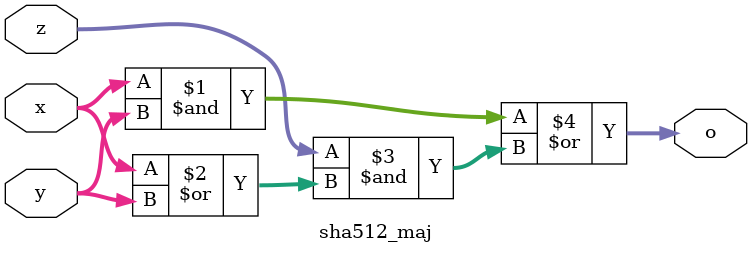
<source format=v>
module sha512 (
	input clk,
	input [1023:0] data,
	input [511:0] state,
	output reg [511:0] hash
);

	wire [1023:0] w0, w1, w2, w3, w4, w5, w6, w7;
	wire [1023:0] w8, w9, w10,w11,w12,w13,w14,w15;
	wire [1023:0] w16,w17,w18,w19,w20,w21,w22,w23;
	wire [1023:0] w24,w25,w26,w27,w28,w29,w30,w31;
	wire [1023:0] w32,w33,w34,w35,w36,w37,w38,w39;
	wire [1023:0] w40,w41,w42,w43,w44,w45,w46,w47;
	wire [1023:0] w48,w49,w50,w51,w52,w53,w54,w55;
	wire [1023:0] w56,w57,w58,w59,w60,w61,w62,w63;
	wire [1023:0] w64,w65,w66,w67,w68,w69,w70,w71;
	wire [1023:0] w72,w73,w74,w75,w76,w77,w78,w79,w80;
	
	wire [511:0] h0, h1, h2, h3, h4, h5, h6, h7;
	wire [511:0] h8, h9, h10,h11,h12,h13,h14,h15;
	wire [511:0] h16,h17,h18,h19,h20,h21,h22,h23;
	wire [511:0] h24,h25,h26,h27,h28,h29,h30,h31;
	wire [511:0] h32,h33,h34,h35,h36,h37,h38,h39;
	wire [511:0] h40,h41,h42,h43,h44,h45,h46,h47;
	wire [511:0] h48,h49,h50,h51,h52,h53,h54,h55;
	wire [511:0] h56,h57,h58,h59,h60,h61,h62,h63;
	wire [511:0] h64,h65,h66,h67,h68,h69,h70,h71;
	wire [511:0] h72,h73,h74,h75,h76,h77,h78,h79,h80;
	
	sha512_digest digest0  ( clk, data, state,  64'h428a2f98d728ae22, w1, h1 );
	sha512_digest digest1  ( clk, w1,  h1,  64'h7137449123ef65cd, w2, h2 );
	sha512_digest digest2  ( clk, w2,  h2,  64'hb5c0fbcfec4d3b2f, w3, h3 );
	sha512_digest digest3  ( clk, w3,  h3,  64'he9b5dba58189dbbc, w4, h4 );
	sha512_digest digest4  ( clk, w4,  h4,  64'h3956c25bf348b538, w5, h5 );
	sha512_digest digest5  ( clk, w5,  h5,  64'h59f111f1b605d019, w6, h6 );
	sha512_digest digest6  ( clk, w6,  h6,  64'h923f82a4af194f9b, w7, h7 );
	sha512_digest digest7  ( clk, w7,  h7,  64'hab1c5ed5da6d8118, w8, h8 );
	sha512_digest digest8  ( clk, w8,  h8,  64'hd807aa98a3030242, w9, h9 );
	sha512_digest digest9  ( clk, w9,  h9,  64'h12835b0145706fbe, w10, h10 );
	sha512_digest digest10 ( clk, w10, h10, 64'h243185be4ee4b28c, w11, h11 );
	sha512_digest digest11 ( clk, w11, h11, 64'h550c7dc3d5ffb4e2, w12, h12 );
	sha512_digest digest12 ( clk, w12, h12, 64'h72be5d74f27b896f, w13, h13 );
	sha512_digest digest13 ( clk, w13, h13, 64'h80deb1fe3b1696b1, w14, h14 );
	sha512_digest digest14 ( clk, w14, h14, 64'h9bdc06a725c71235, w15, h15 );
	sha512_digest digest15 ( clk, w15, h15, 64'hc19bf174cf692694, w16, h16 );
	sha512_digest digest16 ( clk, w16, h16, 64'he49b69c19ef14ad2, w17, h17 );
	sha512_digest digest17 ( clk, w17, h17, 64'hefbe4786384f25e3, w18, h18 );
	sha512_digest digest18 ( clk, w18, h18, 64'h0fc19dc68b8cd5b5, w19, h19 );
	sha512_digest digest19 ( clk, w19, h19, 64'h240ca1cc77ac9c65, w20, h20 );
	sha512_digest digest20 ( clk, w20, h20, 64'h2de92c6f592b0275, w21, h21 );
	sha512_digest digest21 ( clk, w21, h21, 64'h4a7484aa6ea6e483, w22, h22 );
	sha512_digest digest22 ( clk, w22, h22, 64'h5cb0a9dcbd41fbd4, w23, h23 );
	sha512_digest digest23 ( clk, w23, h23, 64'h76f988da831153b5, w24, h24 );
	sha512_digest digest24 ( clk, w24, h24, 64'h983e5152ee66dfab, w25, h25 );
	sha512_digest digest25 ( clk, w25, h25, 64'ha831c66d2db43210, w26, h26 );
	sha512_digest digest26 ( clk, w26, h26, 64'hb00327c898fb213f, w27, h27 );
	sha512_digest digest27 ( clk, w27, h27, 64'hbf597fc7beef0ee4, w28, h28 );
	sha512_digest digest28 ( clk, w28, h28, 64'hc6e00bf33da88fc2, w29, h29 );
	sha512_digest digest29 ( clk, w29, h29, 64'hd5a79147930aa725, w30, h30 );
	sha512_digest digest30 ( clk, w30, h30, 64'h06ca6351e003826f, w31, h31 );
	sha512_digest digest31 ( clk, w31, h31, 64'h142929670a0e6e70, w32, h32 );
	sha512_digest digest32 ( clk, w32, h32, 64'h27b70a8546d22ffc, w33, h33 );
	sha512_digest digest33 ( clk, w33, h33, 64'h2e1b21385c26c926, w34, h34 );
	sha512_digest digest34 ( clk, w34, h34, 64'h4d2c6dfc5ac42aed, w35, h35 );
	sha512_digest digest35 ( clk, w35, h35, 64'h53380d139d95b3df, w36, h36 );
	sha512_digest digest36 ( clk, w36, h36, 64'h650a73548baf63de, w37, h37 );
	sha512_digest digest37 ( clk, w37, h37, 64'h766a0abb3c77b2a8, w38, h38 );
	sha512_digest digest38 ( clk, w38, h38, 64'h81c2c92e47edaee6, w39, h39 );
	sha512_digest digest39 ( clk, w39, h39, 64'h92722c851482353b, w40, h40 );
	sha512_digest digest40 ( clk, w40, h40, 64'ha2bfe8a14cf10364, w41, h41 );
	sha512_digest digest41 ( clk, w41, h41, 64'ha81a664bbc423001, w42, h42 );
	sha512_digest digest42 ( clk, w42, h42, 64'hc24b8b70d0f89791, w43, h43 );
	sha512_digest digest43 ( clk, w43, h43, 64'hc76c51a30654be30, w44, h44 );
	sha512_digest digest44 ( clk, w44, h44, 64'hd192e819d6ef5218, w45, h45 );
	sha512_digest digest45 ( clk, w45, h45, 64'hd69906245565a910, w46, h46 );
	sha512_digest digest46 ( clk, w46, h46, 64'hf40e35855771202a, w47, h47 );
	sha512_digest digest47 ( clk, w47, h47, 64'h106aa07032bbd1b8, w48, h48 );
	sha512_digest digest48 ( clk, w48, h48, 64'h19a4c116b8d2d0c8, w49, h49 );
	sha512_digest digest49 ( clk, w49, h49, 64'h1e376c085141ab53, w50, h50 );
	sha512_digest digest50 ( clk, w50, h50, 64'h2748774cdf8eeb99, w51, h51 );
	sha512_digest digest51 ( clk, w51, h51, 64'h34b0bcb5e19b48a8, w52, h52 );
	sha512_digest digest52 ( clk, w52, h52, 64'h391c0cb3c5c95a63, w53, h53 );
	sha512_digest digest53 ( clk, w53, h53, 64'h4ed8aa4ae3418acb, w54, h54 );
	sha512_digest digest54 ( clk, w54, h54, 64'h5b9cca4f7763e373, w55, h55 );
	sha512_digest digest55 ( clk, w55, h55, 64'h682e6ff3d6b2b8a3, w56, h56 );
	sha512_digest digest56 ( clk, w56, h56, 64'h748f82ee5defb2fc, w57, h57 );
	sha512_digest digest57 ( clk, w57, h57, 64'h78a5636f43172f60, w58, h58 );
	sha512_digest digest58 ( clk, w58, h58, 64'h84c87814a1f0ab72, w59, h59 );
	sha512_digest digest59 ( clk, w59, h59, 64'h8cc702081a6439ec, w60, h60 );
	sha512_digest digest60 ( clk, w60, h60, 64'h90befffa23631e28, w61, h61 );
	sha512_digest digest61 ( clk, w61, h61, 64'ha4506cebde82bde9, w62, h62 );
	sha512_digest digest62 ( clk, w62, h62, 64'hbef9a3f7b2c67915, w63, h63 );
	sha512_digest digest63 ( clk, w63, h63, 64'hc67178f2e372532b, w64, h64 );
	sha512_digest digest64 ( clk, w64, h64, 64'hca273eceea26619c, w65, h65 );
	sha512_digest digest65 ( clk, w65, h65, 64'hd186b8c721c0c207, w66, h66 );
	sha512_digest digest66 ( clk, w66, h66, 64'heada7dd6cde0eb1e, w67, h67 );
	sha512_digest digest67 ( clk, w67, h67, 64'hf57d4f7fee6ed178, w68, h68 );
	sha512_digest digest68 ( clk, w68, h68, 64'h06f067aa72176fba, w69, h69 );
	sha512_digest digest69 ( clk, w69, h69, 64'h0a637dc5a2c898a6, w70, h70 );
	sha512_digest digest70 ( clk, w70, h70, 64'h113f9804bef90dae, w71, h71 );
	sha512_digest digest71 ( clk, w71, h71, 64'h1b710b35131c471b, w72, h72 );
	sha512_digest digest72 ( clk, w72, h72, 64'h28db77f523047d84, w73, h73 );
	sha512_digest digest73 ( clk, w73, h73, 64'h32caab7b40c72493, w74, h74 );
	sha512_digest digest74 ( clk, w74, h74, 64'h3c9ebe0a15c9bebc, w75, h75 );
	sha512_digest digest75 ( clk, w75, h75, 64'h431d67c49c100d4c, w76, h76 );
	sha512_digest digest76 ( clk, w76, h76, 64'h4cc5d4becb3e42b6, w77, h77 );
	sha512_digest digest77 ( clk, w77, h77, 64'h597f299cfc657e2a, w78, h78 );
	sha512_digest digest78 ( clk, w78, h78, 64'h5fcb6fab3ad6faec, w79, h79 );
	sha512_digest digest79 ( clk, w79, h79, 64'h6c44198c4a475817, w80, h80 );

	always @ (posedge clk) begin

		hash[511:448] <= h80[511:448] + state[511:448];
		hash[447:384] <= h80[447:384] + state[447:384];
		hash[383:320] <= h80[383:320] + state[383:320];
		hash[319:256] <= h80[319:256] + state[319:256];
		hash[255:192] <= h80[255:192] + state[255:192];
		hash[191:128] <= h80[191:128] + state[191:128];
		hash[127: 64] <= h80[127: 64] + state[127: 64];
		hash[ 63:  0] <= h80[ 63:  0] + state[ 63:  0];

	end

endmodule

module sha512_digest (clk, rx_w, rx_state, k, tx_w, tx_state);

	input clk;
	input [1023:0] rx_w;
	input [511:0] rx_state;
	input [63:0] k;

	output reg [1023:0] tx_w;
	output reg [511:0] tx_state;


	wire [63:0] e0_w, e1_w, ch_w, maj_w, s0_w, s1_w;


	sha512_S0	e0_blk	(rx_state[ 63:  0], e0_w);
	sha512_S1	e1_blk	(rx_state[319:256], e1_w);
	sha512_ch	ch_blk	(rx_state[319:256], rx_state[383:320], rx_state[447:384], ch_w);
	sha512_maj	maj_blk	(rx_state[ 63:  0], rx_state[127: 64], rx_state[191:128], maj_w);
	sha512_s0	s0_blk	(rx_w[127:64], s0_w);
	sha512_s1	s1_blk	(rx_w[959:896], s1_w);

	wire [63:0] t1 = rx_state[511:448] + e1_w + ch_w + rx_w[63:0] + k;
	wire [63:0] t2 = e0_w + maj_w;
	wire [63:0] new_w = s1_w + rx_w[639:576] + s0_w + rx_w[63:0];
	

	always @ (posedge clk)
	begin
		tx_w[1023:960] <= new_w;
		tx_w[959:0] <= rx_w[1023:64];

		tx_state[511:448] <= rx_state[447:384];
		tx_state[447:384] <= rx_state[383:320];
		tx_state[383:320] <= rx_state[319:256];
		tx_state[319:256] <= rx_state[255:192] + t1;
		tx_state[255:192] <= rx_state[191:128];
		tx_state[191:128] <= rx_state[127: 64];
		tx_state[127: 64] <= rx_state[ 63:  0];
		tx_state[ 63:  0] <= t1 + t2;
	end

endmodule

module sha512_S0 (
    input wire [63:0] x,
    output wire [63:0] S0
    );

assign S0 = ({x[27:0], x[63:28]} ^ {x[33:0], x[63:34]} ^ {x[38:0], x[63:39]});

endmodule

module sha512_S1 (
    input wire [63:0] x,
    output wire [63:0] S1
    );

assign S1 = ({x[13:0], x[63:14]} ^ {x[17:0], x[63:18]} ^ {x[40:0], x[63:41]});

endmodule

module sha512_s0 (
    input wire [63:0] x,
    output wire [63:0] s0
    );

assign s0 = ({x[0:0], x[63:1]} ^ {x[7:0], x[63:8]} ^ (x >> 7));

endmodule

module sha512_s1 (
    input wire [63:0] x,
    output wire [63:0] s1
    );

assign s1 = ({x[18:0], x[63:19]} ^ {x[60:0], x[63:61]} ^ (x >> 6));

endmodule

module sha512_ch (x, y, z, o);

	input [63:0] x, y, z;
	output [63:0] o;

	assign o = z ^ (x & (y ^ z));

endmodule

module sha512_maj (x, y, z, o);

	input [63:0] x, y, z;
	output [63:0] o;

	assign o = (x & y) | (z & (x | y));

endmodule

</source>
